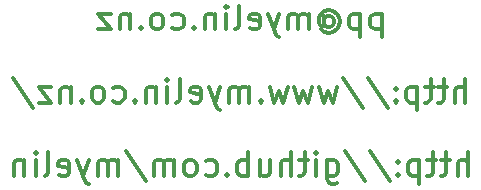
<source format=gbo>
G04 #@! TF.FileFunction,Legend,Bot*
%FSLAX46Y46*%
G04 Gerber Fmt 4.6, Leading zero omitted, Abs format (unit mm)*
G04 Created by KiCad (PCBNEW 4.0.1-stable) date Wednesday, March 22, 2017 'AMt' 02:40:51 AM*
%MOMM*%
G01*
G04 APERTURE LIST*
%ADD10C,0.100000*%
%ADD11C,0.300000*%
G04 APERTURE END LIST*
D10*
D11*
X163214764Y-107061429D02*
X163214764Y-109061429D01*
X163214764Y-107156667D02*
X163024287Y-107061429D01*
X162643335Y-107061429D01*
X162452859Y-107156667D01*
X162357621Y-107251905D01*
X162262383Y-107442381D01*
X162262383Y-108013810D01*
X162357621Y-108204286D01*
X162452859Y-108299524D01*
X162643335Y-108394762D01*
X163024287Y-108394762D01*
X163214764Y-108299524D01*
X161405240Y-107061429D02*
X161405240Y-109061429D01*
X161405240Y-107156667D02*
X161214763Y-107061429D01*
X160833811Y-107061429D01*
X160643335Y-107156667D01*
X160548097Y-107251905D01*
X160452859Y-107442381D01*
X160452859Y-108013810D01*
X160548097Y-108204286D01*
X160643335Y-108299524D01*
X160833811Y-108394762D01*
X161214763Y-108394762D01*
X161405240Y-108299524D01*
X158357620Y-107442381D02*
X158452858Y-107347143D01*
X158643335Y-107251905D01*
X158833811Y-107251905D01*
X159024287Y-107347143D01*
X159119525Y-107442381D01*
X159214763Y-107632857D01*
X159214763Y-107823333D01*
X159119525Y-108013810D01*
X159024287Y-108109048D01*
X158833811Y-108204286D01*
X158643335Y-108204286D01*
X158452858Y-108109048D01*
X158357620Y-108013810D01*
X158357620Y-107251905D02*
X158357620Y-108013810D01*
X158262382Y-108109048D01*
X158167144Y-108109048D01*
X157976668Y-108013810D01*
X157881430Y-107823333D01*
X157881430Y-107347143D01*
X158071906Y-107061429D01*
X158357620Y-106870952D01*
X158738573Y-106775714D01*
X159119525Y-106870952D01*
X159405239Y-107061429D01*
X159595716Y-107347143D01*
X159690954Y-107728095D01*
X159595716Y-108109048D01*
X159405239Y-108394762D01*
X159119525Y-108585238D01*
X158738573Y-108680476D01*
X158357620Y-108585238D01*
X158071906Y-108394762D01*
X157024287Y-108394762D02*
X157024287Y-107061429D01*
X157024287Y-107251905D02*
X156929048Y-107156667D01*
X156738572Y-107061429D01*
X156452858Y-107061429D01*
X156262382Y-107156667D01*
X156167144Y-107347143D01*
X156167144Y-108394762D01*
X156167144Y-107347143D02*
X156071906Y-107156667D01*
X155881429Y-107061429D01*
X155595715Y-107061429D01*
X155405239Y-107156667D01*
X155310001Y-107347143D01*
X155310001Y-108394762D01*
X154548096Y-107061429D02*
X154071905Y-108394762D01*
X153595715Y-107061429D02*
X154071905Y-108394762D01*
X154262381Y-108870952D01*
X154357620Y-108966190D01*
X154548096Y-109061429D01*
X152071905Y-108299524D02*
X152262381Y-108394762D01*
X152643333Y-108394762D01*
X152833810Y-108299524D01*
X152929048Y-108109048D01*
X152929048Y-107347143D01*
X152833810Y-107156667D01*
X152643333Y-107061429D01*
X152262381Y-107061429D01*
X152071905Y-107156667D01*
X151976667Y-107347143D01*
X151976667Y-107537619D01*
X152929048Y-107728095D01*
X150833809Y-108394762D02*
X151024285Y-108299524D01*
X151119524Y-108109048D01*
X151119524Y-106394762D01*
X150071905Y-108394762D02*
X150071905Y-107061429D01*
X150071905Y-106394762D02*
X150167143Y-106490000D01*
X150071905Y-106585238D01*
X149976666Y-106490000D01*
X150071905Y-106394762D01*
X150071905Y-106585238D01*
X149119524Y-107061429D02*
X149119524Y-108394762D01*
X149119524Y-107251905D02*
X149024285Y-107156667D01*
X148833809Y-107061429D01*
X148548095Y-107061429D01*
X148357619Y-107156667D01*
X148262381Y-107347143D01*
X148262381Y-108394762D01*
X147310000Y-108204286D02*
X147214761Y-108299524D01*
X147310000Y-108394762D01*
X147405238Y-108299524D01*
X147310000Y-108204286D01*
X147310000Y-108394762D01*
X145500476Y-108299524D02*
X145690952Y-108394762D01*
X146071904Y-108394762D01*
X146262380Y-108299524D01*
X146357619Y-108204286D01*
X146452857Y-108013810D01*
X146452857Y-107442381D01*
X146357619Y-107251905D01*
X146262380Y-107156667D01*
X146071904Y-107061429D01*
X145690952Y-107061429D01*
X145500476Y-107156667D01*
X144357618Y-108394762D02*
X144548094Y-108299524D01*
X144643333Y-108204286D01*
X144738571Y-108013810D01*
X144738571Y-107442381D01*
X144643333Y-107251905D01*
X144548094Y-107156667D01*
X144357618Y-107061429D01*
X144071904Y-107061429D01*
X143881428Y-107156667D01*
X143786190Y-107251905D01*
X143690952Y-107442381D01*
X143690952Y-108013810D01*
X143786190Y-108204286D01*
X143881428Y-108299524D01*
X144071904Y-108394762D01*
X144357618Y-108394762D01*
X142833809Y-108204286D02*
X142738570Y-108299524D01*
X142833809Y-108394762D01*
X142929047Y-108299524D01*
X142833809Y-108204286D01*
X142833809Y-108394762D01*
X141881428Y-107061429D02*
X141881428Y-108394762D01*
X141881428Y-107251905D02*
X141786189Y-107156667D01*
X141595713Y-107061429D01*
X141309999Y-107061429D01*
X141119523Y-107156667D01*
X141024285Y-107347143D01*
X141024285Y-108394762D01*
X140262380Y-107061429D02*
X139214761Y-107061429D01*
X140262380Y-108394762D01*
X139214761Y-108394762D01*
X170310001Y-114594762D02*
X170310001Y-112594762D01*
X169452858Y-114594762D02*
X169452858Y-113547143D01*
X169548096Y-113356667D01*
X169738572Y-113261429D01*
X170024286Y-113261429D01*
X170214762Y-113356667D01*
X170310001Y-113451905D01*
X168786191Y-113261429D02*
X168024286Y-113261429D01*
X168500477Y-112594762D02*
X168500477Y-114309048D01*
X168405238Y-114499524D01*
X168214762Y-114594762D01*
X168024286Y-114594762D01*
X167643334Y-113261429D02*
X166881429Y-113261429D01*
X167357620Y-112594762D02*
X167357620Y-114309048D01*
X167262381Y-114499524D01*
X167071905Y-114594762D01*
X166881429Y-114594762D01*
X166214763Y-113261429D02*
X166214763Y-115261429D01*
X166214763Y-113356667D02*
X166024286Y-113261429D01*
X165643334Y-113261429D01*
X165452858Y-113356667D01*
X165357620Y-113451905D01*
X165262382Y-113642381D01*
X165262382Y-114213810D01*
X165357620Y-114404286D01*
X165452858Y-114499524D01*
X165643334Y-114594762D01*
X166024286Y-114594762D01*
X166214763Y-114499524D01*
X164405239Y-114404286D02*
X164310000Y-114499524D01*
X164405239Y-114594762D01*
X164500477Y-114499524D01*
X164405239Y-114404286D01*
X164405239Y-114594762D01*
X164405239Y-113356667D02*
X164310000Y-113451905D01*
X164405239Y-113547143D01*
X164500477Y-113451905D01*
X164405239Y-113356667D01*
X164405239Y-113547143D01*
X162024286Y-112499524D02*
X163738572Y-115070952D01*
X159929048Y-112499524D02*
X161643334Y-115070952D01*
X159452858Y-113261429D02*
X159071905Y-114594762D01*
X158690953Y-113642381D01*
X158310001Y-114594762D01*
X157929048Y-113261429D01*
X157357620Y-113261429D02*
X156976667Y-114594762D01*
X156595715Y-113642381D01*
X156214763Y-114594762D01*
X155833810Y-113261429D01*
X155262382Y-113261429D02*
X154881429Y-114594762D01*
X154500477Y-113642381D01*
X154119525Y-114594762D01*
X153738572Y-113261429D01*
X152976668Y-114404286D02*
X152881429Y-114499524D01*
X152976668Y-114594762D01*
X153071906Y-114499524D01*
X152976668Y-114404286D01*
X152976668Y-114594762D01*
X152024287Y-114594762D02*
X152024287Y-113261429D01*
X152024287Y-113451905D02*
X151929048Y-113356667D01*
X151738572Y-113261429D01*
X151452858Y-113261429D01*
X151262382Y-113356667D01*
X151167144Y-113547143D01*
X151167144Y-114594762D01*
X151167144Y-113547143D02*
X151071906Y-113356667D01*
X150881429Y-113261429D01*
X150595715Y-113261429D01*
X150405239Y-113356667D01*
X150310001Y-113547143D01*
X150310001Y-114594762D01*
X149548096Y-113261429D02*
X149071905Y-114594762D01*
X148595715Y-113261429D02*
X149071905Y-114594762D01*
X149262381Y-115070952D01*
X149357620Y-115166190D01*
X149548096Y-115261429D01*
X147071905Y-114499524D02*
X147262381Y-114594762D01*
X147643333Y-114594762D01*
X147833810Y-114499524D01*
X147929048Y-114309048D01*
X147929048Y-113547143D01*
X147833810Y-113356667D01*
X147643333Y-113261429D01*
X147262381Y-113261429D01*
X147071905Y-113356667D01*
X146976667Y-113547143D01*
X146976667Y-113737619D01*
X147929048Y-113928095D01*
X145833809Y-114594762D02*
X146024285Y-114499524D01*
X146119524Y-114309048D01*
X146119524Y-112594762D01*
X145071905Y-114594762D02*
X145071905Y-113261429D01*
X145071905Y-112594762D02*
X145167143Y-112690000D01*
X145071905Y-112785238D01*
X144976666Y-112690000D01*
X145071905Y-112594762D01*
X145071905Y-112785238D01*
X144119524Y-113261429D02*
X144119524Y-114594762D01*
X144119524Y-113451905D02*
X144024285Y-113356667D01*
X143833809Y-113261429D01*
X143548095Y-113261429D01*
X143357619Y-113356667D01*
X143262381Y-113547143D01*
X143262381Y-114594762D01*
X142310000Y-114404286D02*
X142214761Y-114499524D01*
X142310000Y-114594762D01*
X142405238Y-114499524D01*
X142310000Y-114404286D01*
X142310000Y-114594762D01*
X140500476Y-114499524D02*
X140690952Y-114594762D01*
X141071904Y-114594762D01*
X141262380Y-114499524D01*
X141357619Y-114404286D01*
X141452857Y-114213810D01*
X141452857Y-113642381D01*
X141357619Y-113451905D01*
X141262380Y-113356667D01*
X141071904Y-113261429D01*
X140690952Y-113261429D01*
X140500476Y-113356667D01*
X139357618Y-114594762D02*
X139548094Y-114499524D01*
X139643333Y-114404286D01*
X139738571Y-114213810D01*
X139738571Y-113642381D01*
X139643333Y-113451905D01*
X139548094Y-113356667D01*
X139357618Y-113261429D01*
X139071904Y-113261429D01*
X138881428Y-113356667D01*
X138786190Y-113451905D01*
X138690952Y-113642381D01*
X138690952Y-114213810D01*
X138786190Y-114404286D01*
X138881428Y-114499524D01*
X139071904Y-114594762D01*
X139357618Y-114594762D01*
X137833809Y-114404286D02*
X137738570Y-114499524D01*
X137833809Y-114594762D01*
X137929047Y-114499524D01*
X137833809Y-114404286D01*
X137833809Y-114594762D01*
X136881428Y-113261429D02*
X136881428Y-114594762D01*
X136881428Y-113451905D02*
X136786189Y-113356667D01*
X136595713Y-113261429D01*
X136309999Y-113261429D01*
X136119523Y-113356667D01*
X136024285Y-113547143D01*
X136024285Y-114594762D01*
X135262380Y-113261429D02*
X134214761Y-113261429D01*
X135262380Y-114594762D01*
X134214761Y-114594762D01*
X132024284Y-112499524D02*
X133738570Y-115070952D01*
X170500478Y-120794762D02*
X170500478Y-118794762D01*
X169643335Y-120794762D02*
X169643335Y-119747143D01*
X169738573Y-119556667D01*
X169929049Y-119461429D01*
X170214763Y-119461429D01*
X170405239Y-119556667D01*
X170500478Y-119651905D01*
X168976668Y-119461429D02*
X168214763Y-119461429D01*
X168690954Y-118794762D02*
X168690954Y-120509048D01*
X168595715Y-120699524D01*
X168405239Y-120794762D01*
X168214763Y-120794762D01*
X167833811Y-119461429D02*
X167071906Y-119461429D01*
X167548097Y-118794762D02*
X167548097Y-120509048D01*
X167452858Y-120699524D01*
X167262382Y-120794762D01*
X167071906Y-120794762D01*
X166405240Y-119461429D02*
X166405240Y-121461429D01*
X166405240Y-119556667D02*
X166214763Y-119461429D01*
X165833811Y-119461429D01*
X165643335Y-119556667D01*
X165548097Y-119651905D01*
X165452859Y-119842381D01*
X165452859Y-120413810D01*
X165548097Y-120604286D01*
X165643335Y-120699524D01*
X165833811Y-120794762D01*
X166214763Y-120794762D01*
X166405240Y-120699524D01*
X164595716Y-120604286D02*
X164500477Y-120699524D01*
X164595716Y-120794762D01*
X164690954Y-120699524D01*
X164595716Y-120604286D01*
X164595716Y-120794762D01*
X164595716Y-119556667D02*
X164500477Y-119651905D01*
X164595716Y-119747143D01*
X164690954Y-119651905D01*
X164595716Y-119556667D01*
X164595716Y-119747143D01*
X162214763Y-118699524D02*
X163929049Y-121270952D01*
X160119525Y-118699524D02*
X161833811Y-121270952D01*
X158595716Y-119461429D02*
X158595716Y-121080476D01*
X158690954Y-121270952D01*
X158786192Y-121366190D01*
X158976668Y-121461429D01*
X159262382Y-121461429D01*
X159452859Y-121366190D01*
X158595716Y-120699524D02*
X158786192Y-120794762D01*
X159167144Y-120794762D01*
X159357620Y-120699524D01*
X159452859Y-120604286D01*
X159548097Y-120413810D01*
X159548097Y-119842381D01*
X159452859Y-119651905D01*
X159357620Y-119556667D01*
X159167144Y-119461429D01*
X158786192Y-119461429D01*
X158595716Y-119556667D01*
X157643335Y-120794762D02*
X157643335Y-119461429D01*
X157643335Y-118794762D02*
X157738573Y-118890000D01*
X157643335Y-118985238D01*
X157548096Y-118890000D01*
X157643335Y-118794762D01*
X157643335Y-118985238D01*
X156976668Y-119461429D02*
X156214763Y-119461429D01*
X156690954Y-118794762D02*
X156690954Y-120509048D01*
X156595715Y-120699524D01*
X156405239Y-120794762D01*
X156214763Y-120794762D01*
X155548097Y-120794762D02*
X155548097Y-118794762D01*
X154690954Y-120794762D02*
X154690954Y-119747143D01*
X154786192Y-119556667D01*
X154976668Y-119461429D01*
X155262382Y-119461429D01*
X155452858Y-119556667D01*
X155548097Y-119651905D01*
X152881430Y-119461429D02*
X152881430Y-120794762D01*
X153738573Y-119461429D02*
X153738573Y-120509048D01*
X153643334Y-120699524D01*
X153452858Y-120794762D01*
X153167144Y-120794762D01*
X152976668Y-120699524D01*
X152881430Y-120604286D01*
X151929049Y-120794762D02*
X151929049Y-118794762D01*
X151929049Y-119556667D02*
X151738572Y-119461429D01*
X151357620Y-119461429D01*
X151167144Y-119556667D01*
X151071906Y-119651905D01*
X150976668Y-119842381D01*
X150976668Y-120413810D01*
X151071906Y-120604286D01*
X151167144Y-120699524D01*
X151357620Y-120794762D01*
X151738572Y-120794762D01*
X151929049Y-120699524D01*
X150119525Y-120604286D02*
X150024286Y-120699524D01*
X150119525Y-120794762D01*
X150214763Y-120699524D01*
X150119525Y-120604286D01*
X150119525Y-120794762D01*
X148310001Y-120699524D02*
X148500477Y-120794762D01*
X148881429Y-120794762D01*
X149071905Y-120699524D01*
X149167144Y-120604286D01*
X149262382Y-120413810D01*
X149262382Y-119842381D01*
X149167144Y-119651905D01*
X149071905Y-119556667D01*
X148881429Y-119461429D01*
X148500477Y-119461429D01*
X148310001Y-119556667D01*
X147167143Y-120794762D02*
X147357619Y-120699524D01*
X147452858Y-120604286D01*
X147548096Y-120413810D01*
X147548096Y-119842381D01*
X147452858Y-119651905D01*
X147357619Y-119556667D01*
X147167143Y-119461429D01*
X146881429Y-119461429D01*
X146690953Y-119556667D01*
X146595715Y-119651905D01*
X146500477Y-119842381D01*
X146500477Y-120413810D01*
X146595715Y-120604286D01*
X146690953Y-120699524D01*
X146881429Y-120794762D01*
X147167143Y-120794762D01*
X145643334Y-120794762D02*
X145643334Y-119461429D01*
X145643334Y-119651905D02*
X145548095Y-119556667D01*
X145357619Y-119461429D01*
X145071905Y-119461429D01*
X144881429Y-119556667D01*
X144786191Y-119747143D01*
X144786191Y-120794762D01*
X144786191Y-119747143D02*
X144690953Y-119556667D01*
X144500476Y-119461429D01*
X144214762Y-119461429D01*
X144024286Y-119556667D01*
X143929048Y-119747143D01*
X143929048Y-120794762D01*
X141548095Y-118699524D02*
X143262381Y-121270952D01*
X140881429Y-120794762D02*
X140881429Y-119461429D01*
X140881429Y-119651905D02*
X140786190Y-119556667D01*
X140595714Y-119461429D01*
X140310000Y-119461429D01*
X140119524Y-119556667D01*
X140024286Y-119747143D01*
X140024286Y-120794762D01*
X140024286Y-119747143D02*
X139929048Y-119556667D01*
X139738571Y-119461429D01*
X139452857Y-119461429D01*
X139262381Y-119556667D01*
X139167143Y-119747143D01*
X139167143Y-120794762D01*
X138405238Y-119461429D02*
X137929047Y-120794762D01*
X137452857Y-119461429D02*
X137929047Y-120794762D01*
X138119523Y-121270952D01*
X138214762Y-121366190D01*
X138405238Y-121461429D01*
X135929047Y-120699524D02*
X136119523Y-120794762D01*
X136500475Y-120794762D01*
X136690952Y-120699524D01*
X136786190Y-120509048D01*
X136786190Y-119747143D01*
X136690952Y-119556667D01*
X136500475Y-119461429D01*
X136119523Y-119461429D01*
X135929047Y-119556667D01*
X135833809Y-119747143D01*
X135833809Y-119937619D01*
X136786190Y-120128095D01*
X134690951Y-120794762D02*
X134881427Y-120699524D01*
X134976666Y-120509048D01*
X134976666Y-118794762D01*
X133929047Y-120794762D02*
X133929047Y-119461429D01*
X133929047Y-118794762D02*
X134024285Y-118890000D01*
X133929047Y-118985238D01*
X133833808Y-118890000D01*
X133929047Y-118794762D01*
X133929047Y-118985238D01*
X132976666Y-119461429D02*
X132976666Y-120794762D01*
X132976666Y-119651905D02*
X132881427Y-119556667D01*
X132690951Y-119461429D01*
X132405237Y-119461429D01*
X132214761Y-119556667D01*
X132119523Y-119747143D01*
X132119523Y-120794762D01*
M02*

</source>
